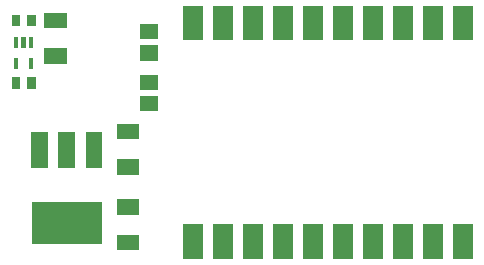
<source format=gbr>
G04 start of page 11 for group -4014 idx -4014 *
G04 Title: (unknown), bottompaste *
G04 Creator: pcb 1.99z *
G04 CreationDate: Tue May  7 13:19:40 2013 UTC *
G04 For: matt *
G04 Format: Gerber/RS-274X *
G04 PCB-Dimensions (mil): 2165.35 1377.95 *
G04 PCB-Coordinate-Origin: lower left *
%MOIN*%
%FSLAX25Y25*%
%LNBOTTOMPASTE*%
%ADD147R,0.0659X0.0659*%
%ADD146R,0.0295X0.0295*%
%ADD145R,0.0150X0.0150*%
%ADD144R,0.0512X0.0512*%
%ADD143R,0.1420X0.1420*%
%ADD142R,0.0560X0.0560*%
G54D142*X25039Y73221D02*Y66621D01*
X34039Y73221D02*Y66621D01*
X43139Y73221D02*Y66621D01*
G54D143*X29539Y45521D02*X38539D01*
G54D144*X53347Y76024D02*X55709D01*
X53347Y64214D02*X55709D01*
X53347Y39017D02*X55709D01*
X53347Y50827D02*X55709D01*
X61024Y109291D02*X61810D01*
X61024Y102205D02*X61810D01*
X61024Y85276D02*X61810D01*
X61024Y92362D02*X61810D01*
X29134Y101221D02*X31496D01*
X29134Y113031D02*X31496D01*
G54D145*X22175Y99707D02*Y97707D01*
X17075Y99707D02*Y97707D01*
Y106707D02*Y104707D01*
X19575Y106707D02*Y104707D01*
X22175Y106707D02*Y104707D01*
G54D146*X22244Y92657D02*Y91673D01*
X17126Y92657D02*Y91673D01*
X22244Y113523D02*Y112539D01*
X17126Y113523D02*Y112539D01*
G54D147*X76181Y41925D02*Y36925D01*
X86181Y41925D02*Y36925D01*
X96181Y41925D02*Y36925D01*
X106181Y41925D02*Y36925D01*
X116181Y41925D02*Y36925D01*
X126181Y41925D02*Y36925D01*
X136181Y41925D02*Y36925D01*
X146181Y41925D02*Y36925D01*
X156181Y41925D02*Y36925D01*
X166181Y41925D02*Y36925D01*
X166142Y114406D02*Y109768D01*
X156142Y114406D02*Y109768D01*
X146142Y114406D02*Y109768D01*
X136142Y114406D02*Y109768D01*
X126142Y114406D02*Y109768D01*
X116142Y114406D02*Y109768D01*
X106142Y114406D02*Y109768D01*
X96142Y114406D02*Y109768D01*
X86142Y114406D02*Y109768D01*
X76142Y114406D02*Y109768D01*
M02*

</source>
